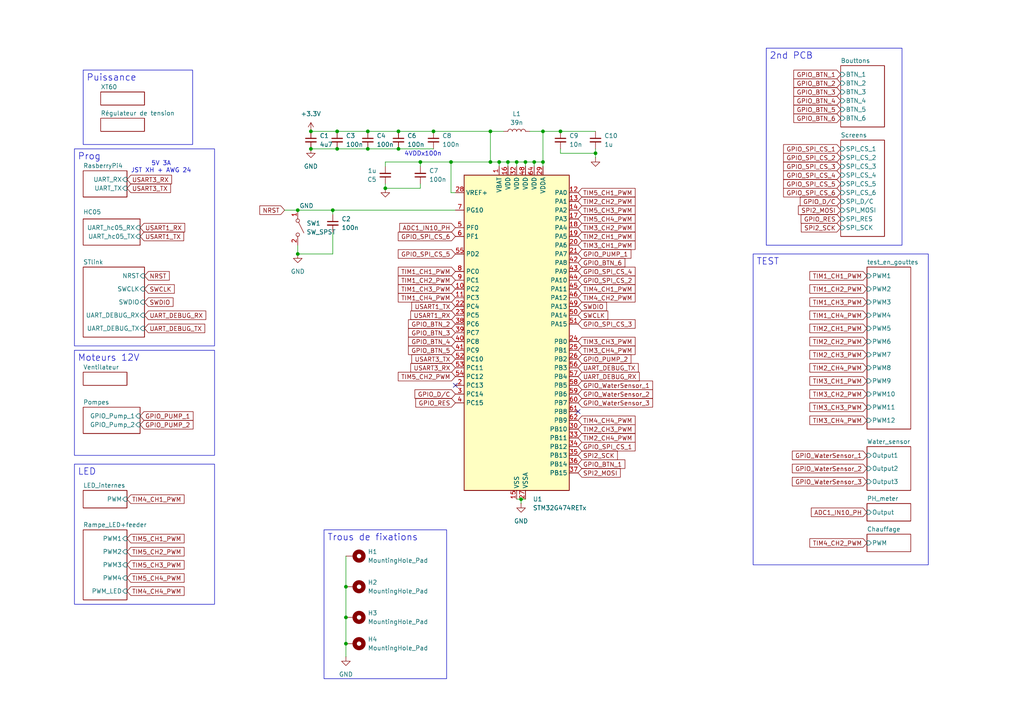
<source format=kicad_sch>
(kicad_sch (version 20250114) (generator "eeschema") (generator_version "9.0")
  (paper "A4")
  (lib_symbols
    (symbol "Device:C_Small" (pin_numbers (hide yes)) (pin_names (offset 0.254) (hide yes))
      (property "Reference" "C" (at 0.254 1.778 0))
      (property "Value" "C_Small" (at 0.254 -2.032 0))
      (symbol "C_Small_0_1"
        (polyline (pts (xy -1.524 0.508) (xy 1.524 0.508)) (stroke (width 0.3048)))
        (polyline (pts (xy -1.524 -0.508) (xy 1.524 -0.508)) (stroke (width 0.3302)))
      )
      (symbol "C_Small_1_1"
        (pin passive line (at 0 2.54 270) (length 2.032) (name "~") (number "1"))
        (pin passive line (at 0 -2.54 90) (length 2.032) (name "~") (number "2"))
      )
    )
    (symbol "Device:L" (pin_numbers (hide yes)) (pin_names (offset 1.016) (hide yes))
      (property "Reference" "L" (at -1.27 0 90))
      (property "Value" "L" (at 1.905 0 90))
      (symbol "L_0_1"
        (arc (start 0 2.54) (mid 0.6323 1.905) (end 0 1.27))
        (arc (start 0 1.27) (mid 0.6323 0.635) (end 0 0))
        (arc (start 0 0) (mid 0.6323 -0.635) (end 0 -1.27))
        (arc (start 0 -1.27) (mid 0.6323 -1.905) (end 0 -2.54))
      )
      (symbol "L_1_1"
        (pin passive line (at 0 3.81 270) (length 1.27) (name "1") (number "1"))
        (pin passive line (at 0 -3.81 90) (length 1.27) (name "2") (number "2"))
      )
    )
    (symbol "GND_1" (power) (pin_numbers (hide yes)) (pin_names (offset 0) (hide yes))
      (property "Value" "GND" (at 0 -3.81 0))
      (symbol "GND_1_0_1"
        (polyline (pts (xy 0 0) (xy 0 -1.27) (xy 1.27 -1.27) (xy 0 -2.54) (xy -1.27 -1.27) (xy 0 -1.27)))
      )
      (symbol "GND_1_1_1"
        (pin power_in line (at 0 0 270) (length 0) (name "~") (number "1"))
      )
    )
    (symbol "GND_2" (power) (pin_numbers (hide yes)) (pin_names (offset 0) (hide yes))
      (property "Value" "GND" (at 0 -3.81 0))
      (symbol "GND_2_0_1"
        (polyline (pts (xy 0 0) (xy 0 -1.27) (xy 1.27 -1.27) (xy 0 -2.54) (xy -1.27 -1.27) (xy 0 -1.27)))
      )
      (symbol "GND_2_1_1"
        (pin power_in line (at 0 0 270) (length 0) (name "~") (number "1"))
      )
    )
    (symbol "GND_5" (power) (pin_numbers (hide yes)) (pin_names (offset 0) (hide yes))
      (property "Value" "GND" (at 0 -3.81 0))
      (symbol "GND_5_0_1"
        (polyline (pts (xy 0 0) (xy 0 -1.27) (xy 1.27 -1.27) (xy 0 -2.54) (xy -1.27 -1.27) (xy 0 -1.27)))
      )
      (symbol "GND_5_1_1"
        (pin power_in line (at 0 0 270) (length 0) (name "~") (number "1"))
      )
    )
    (symbol "MCU_ST_STM32G4:STM32G474RETx"
      (property "Reference" "U" (at -15.24 46.99 0))
      (property "Value" "STM32G474RETx" (at 10.16 46.99 0))
      (symbol "STM32G474RETx_0_1"
        (rectangle (start -15.24 -45.72) (end 15.24 45.72) (stroke (width 0.254)) (fill (type background)))
      )
      (symbol "STM32G474RETx_1_1"
        (pin input line (at -17.78 40.64 0) (length 2.54) (name "VREF+") (number "28"))
        (pin bidirectional line (at -17.78 35.56 0) (length 2.54) (name "PG10") (number "7"))
        (pin bidirectional line (at -17.78 30.48 0) (length 2.54) (name "PF0") (number "5"))
        (pin bidirectional line (at -17.78 27.94 0) (length 2.54) (name "PF1") (number "6"))
        (pin bidirectional line (at -17.78 22.86 0) (length 2.54) (name "PD2") (number "55"))
        (pin bidirectional line (at -17.78 17.78 0) (length 2.54) (name "PC0") (number "8"))
        (pin bidirectional line (at -17.78 15.24 0) (length 2.54) (name "PC1") (number "9"))
        (pin bidirectional line (at -17.78 12.7 0) (length 2.54) (name "PC2") (number "10"))
        (pin bidirectional line (at -17.78 10.16 0) (length 2.54) (name "PC3") (number "11"))
        (pin bidirectional line (at -17.78 7.62 0) (length 2.54) (name "PC4") (number "22"))
        (pin bidirectional line (at -17.78 5.08 0) (length 2.54) (name "PC5") (number "23"))
        (pin bidirectional line (at -17.78 2.54 0) (length 2.54) (name "PC6") (number "38"))
        (pin bidirectional line (at -17.78 0 0) (length 2.54) (name "PC7") (number "39"))
        (pin bidirectional line (at -17.78 -2.54 0) (length 2.54) (name "PC8") (number "40"))
        (pin bidirectional line (at -17.78 -5.08 0) (length 2.54) (name "PC9") (number "41"))
        (pin bidirectional line (at -17.78 -7.62 0) (length 2.54) (name "PC10") (number "52"))
        (pin bidirectional line (at -17.78 -10.16 0) (length 2.54) (name "PC11") (number "53"))
        (pin bidirectional line (at -17.78 -12.7 0) (length 2.54) (name "PC12") (number "54"))
        (pin bidirectional line (at -17.78 -15.24 0) (length 2.54) (name "PC13") (number "2"))
        (pin bidirectional line (at -17.78 -17.78 0) (length 2.54) (name "PC14") (number "3"))
        (pin bidirectional line (at -17.78 -20.32 0) (length 2.54) (name "PC15") (number "4"))
        (pin power_in line (at -5.08 48.26 270) (length 2.54) (name "VBAT") (number "1"))
        (pin power_in line (at -2.54 48.26 270) (length 2.54) (name "VDD") (number "16"))
        (pin power_in line (at 0 48.26 270) (length 2.54) (name "VDD") (number "32"))
        (pin power_in line (at 0 -48.26 90) (length 2.54) (name "VSS") (number "15"))
        (pin passive line (at 0 -48.26 90) (length 2.54) (hide yes) (name "VSS") (number "31"))
        (pin passive line (at 0 -48.26 90) (length 2.54) (hide yes) (name "VSS") (number "47"))
        (pin passive line (at 0 -48.26 90) (length 2.54) (hide yes) (name "VSS") (number "63"))
        (pin power_in line (at 2.54 48.26 270) (length 2.54) (name "VDD") (number "48"))
        (pin power_in line (at 2.54 -48.26 90) (length 2.54) (name "VSSA") (number "27"))
        (pin power_in line (at 5.08 48.26 270) (length 2.54) (name "VDD") (number "64"))
        (pin power_in line (at 7.62 48.26 270) (length 2.54) (name "VDDA") (number "29"))
        (pin bidirectional line (at 17.78 40.64 180) (length 2.54) (name "PA0") (number "12"))
        (pin bidirectional line (at 17.78 38.1 180) (length 2.54) (name "PA1") (number "13"))
        (pin bidirectional line (at 17.78 35.56 180) (length 2.54) (name "PA2") (number "14"))
        (pin bidirectional line (at 17.78 33.02 180) (length 2.54) (name "PA3") (number "17"))
        (pin bidirectional line (at 17.78 30.48 180) (length 2.54) (name "PA4") (number "18"))
        (pin bidirectional line (at 17.78 27.94 180) (length 2.54) (name "PA5") (number "19"))
        (pin bidirectional line (at 17.78 25.4 180) (length 2.54) (name "PA6") (number "20"))
        (pin bidirectional line (at 17.78 22.86 180) (length 2.54) (name "PA7") (number "21"))
        (pin bidirectional line (at 17.78 20.32 180) (length 2.54) (name "PA8") (number "42"))
        (pin bidirectional line (at 17.78 17.78 180) (length 2.54) (name "PA9") (number "43"))
        (pin bidirectional line (at 17.78 15.24 180) (length 2.54) (name "PA10") (number "44"))
        (pin bidirectional line (at 17.78 12.7 180) (length 2.54) (name "PA11") (number "45"))
        (pin bidirectional line (at 17.78 10.16 180) (length 2.54) (name "PA12") (number "46"))
        (pin bidirectional line (at 17.78 7.62 180) (length 2.54) (name "PA13") (number "49"))
        (pin bidirectional line (at 17.78 5.08 180) (length 2.54) (name "PA14") (number "50"))
        (pin bidirectional line (at 17.78 2.54 180) (length 2.54) (name "PA15") (number "51"))
        (pin bidirectional line (at 17.78 -2.54 180) (length 2.54) (name "PB0") (number "24"))
        (pin bidirectional line (at 17.78 -5.08 180) (length 2.54) (name "PB1") (number "25"))
        (pin bidirectional line (at 17.78 -7.62 180) (length 2.54) (name "PB2") (number "26"))
        (pin bidirectional line (at 17.78 -10.16 180) (length 2.54) (name "PB3") (number "56"))
        (pin bidirectional line (at 17.78 -12.7 180) (length 2.54) (name "PB4") (number "57"))
        (pin bidirectional line (at 17.78 -15.24 180) (length 2.54) (name "PB5") (number "58"))
        (pin bidirectional line (at 17.78 -17.78 180) (length 2.54) (name "PB6") (number "59"))
        (pin bidirectional line (at 17.78 -20.32 180) (length 2.54) (name "PB7") (number "60"))
        (pin bidirectional line (at 17.78 -22.86 180) (length 2.54) (name "PB8") (number "61"))
        (pin bidirectional line (at 17.78 -25.4 180) (length 2.54) (name "PB9") (number "62"))
        (pin bidirectional line (at 17.78 -27.94 180) (length 2.54) (name "PB10") (number "30"))
        (pin bidirectional line (at 17.78 -30.48 180) (length 2.54) (name "PB11") (number "33"))
        (pin bidirectional line (at 17.78 -33.02 180) (length 2.54) (name "PB12") (number "34"))
        (pin bidirectional line (at 17.78 -35.56 180) (length 2.54) (name "PB13") (number "35"))
        (pin bidirectional line (at 17.78 -38.1 180) (length 2.54) (name "PB14") (number "36"))
        (pin bidirectional line (at 17.78 -40.64 180) (length 2.54) (name "PB15") (number "37"))
      )
    )
    (symbol "Mechanical:MountingHole_Pad" (pin_numbers (hide yes)) (pin_names (offset 1.016) (hide yes))
      (property "Reference" "H" (at 0 6.35 0))
      (property "Value" "MountingHole_Pad" (at 0 4.445 0))
      (symbol "MountingHole_Pad_0_1"
        (circle (center 0 1.27) (radius 1.27) (stroke (width 1.27)))
      )
      (symbol "MountingHole_Pad_1_1"
        (pin input line (at 0 -2.54 90) (length 2.54) (name "1") (number "1"))
      )
    )
    (symbol "Switch:SW_SPST" (pin_names (offset 0) (hide yes))
      (property "Reference" "SW" (at 0 3.175 0))
      (property "Value" "SW_SPST" (at 0 -2.54 0))
      (symbol "SW_SPST_0_0"
        (circle (center -2.032 0) (radius 0.508))
        (polyline (pts (xy -1.524 0.254) (xy 1.524 1.778)))
        (circle (center 2.032 0) (radius 0.508))
      )
      (symbol "SW_SPST_1_1"
        (pin passive line (at -5.08 0 0) (length 2.54) (name "A") (number "1"))
        (pin passive line (at 5.08 0 180) (length 2.54) (name "B") (number "2"))
      )
    )
    (symbol "power:+3.3V" (power) (pin_numbers (hide yes)) (pin_names (offset 0) (hide yes))
      (property "Value" "+3.3V" (at 0 3.556 0))
      (symbol "+3.3V_0_1"
        (polyline (pts (xy -0.762 1.27) (xy 0 2.54)))
        (polyline (pts (xy 0 2.54) (xy 0.762 1.27)))
        (polyline (pts (xy 0 0) (xy 0 2.54)))
      )
      (symbol "+3.3V_1_1"
        (pin power_in line (at 0 0 90) (length 0) (name "~") (number "1"))
      )
    )
    (symbol "power:GND" (power) (pin_numbers (hide yes)) (pin_names (offset 0) (hide yes))
      (property "Value" "GND" (at 0 -3.81 0))
      (symbol "GND_0_1"
        (polyline (pts (xy 0 0) (xy 0 -1.27) (xy 1.27 -1.27) (xy 0 -2.54) (xy -1.27 -1.27) (xy 0 -1.27)))
      )
      (symbol "GND_1_1"
        (pin power_in line (at 0 0 270) (length 0) (name "~") (number "1"))
      )
    )
  )
  (text "5V 3A\nJST XH + AWG 24" (at 46.736 48.514 0) (effects (font (size 1.27 1.27))))
  (text "4VDDx100n" (at 122.682 44.704 0) (effects (font (size 1.27 1.27))))
  (text_box "TEST\n" (at 218.44 73.66 0) (size 50.8 90.17) (margins 0.9525 0.9525 0.9525 0.9525) (effects (font (size 1.905 1.905)) (justify left top)))
  (text_box "Puissance" (at 24.13 20.32 0) (size 31.75 21.59) (margins 0.9525 0.9525 0.9525 0.9525) (effects (font (size 1.905 1.905)) (justify left top)))
  (text_box "LED\n" (at 21.59 134.62 0) (size 40.64 40.64) (margins 0.9525 0.9525 0.9525 0.9525) (effects (font (size 1.905 1.905)) (justify left top)))
  (text_box "2nd PCB" (at 222.25 13.97 0) (size 39.37 57.15) (margins 0.9525 0.9525 0.9525 0.9525) (effects (font (size 1.905 1.905)) (justify left top)))
  (text_box "Moteurs 12V" (at 21.59 101.6 0) (size 40.64 30.48) (margins 0.9525 0.9525 0.9525 0.9525) (effects (font (size 1.905 1.905)) (justify left top)))
  (text_box "Trous de fixations" (at 93.98 153.67 0) (size 35.56 43.18) (margins 0.9525 0.9525 0.9525 0.9525) (effects (font (size 1.905 1.905)) (justify left top)))
  (text_box "Prog" (at 21.59 43.18 0) (size 40.64 57.15) (margins 0.9525 0.9525 0.9525 0.9525) (effects (font (size 1.905 1.905)) (justify left top)))
  (junction (at 144.78 46.99))
  (junction (at 142.24 46.99))
  (junction (at 100.33 186.69))
  (junction (at 125.73 38.1))
  (junction (at 90.17 43.18))
  (junction (at 86.36 73.66))
  (junction (at 100.33 179.07))
  (junction (at 151.13 144.78))
  (junction (at 115.57 43.18))
  (junction (at 100.33 170.18))
  (junction (at 130.81 46.99))
  (junction (at 97.79 43.18))
  (junction (at 90.17 38.1))
  (junction (at 157.48 38.1))
  (junction (at 97.79 38.1))
  (junction (at 96.52 60.96))
  (junction (at 147.32 46.99))
  (junction (at 86.36 60.96))
  (junction (at 121.92 46.99))
  (junction (at 106.68 43.18))
  (junction (at 157.48 46.99))
  (junction (at 154.94 46.99))
  (junction (at 115.57 38.1))
  (junction (at 106.68 38.1))
  (junction (at 142.24 38.1))
  (junction (at 152.4 46.99))
  (junction (at 162.56 38.1))
  (junction (at 149.86 46.99))
  (junction (at 172.72 44.45))
  (junction (at 111.76 54.61))
  (no_connect (at 167.64 119.38))
  (no_connect (at 132.08 111.76))
  (wire (pts (xy 149.86 144.78) (xy 151.13 144.78)))
  (wire (pts (xy 130.81 46.99) (xy 142.24 46.99)))
  (wire (pts (xy 111.76 53.34) (xy 111.76 54.61)))
  (wire (pts (xy 100.33 186.69) (xy 100.33 190.5)))
  (wire (pts (xy 154.94 46.99) (xy 152.4 46.99)))
  (wire (pts (xy 152.4 46.99) (xy 152.4 48.26)))
  (wire (pts (xy 149.86 46.99) (xy 152.4 46.99)))
  (wire (pts (xy 97.79 38.1) (xy 106.68 38.1)))
  (wire (pts (xy 172.72 43.18) (xy 172.72 44.45)))
  (wire (pts (xy 96.52 60.96) (xy 96.52 62.23)))
  (wire (pts (xy 157.48 38.1) (xy 157.48 46.99)))
  (wire (pts (xy 151.13 144.78) (xy 152.4 144.78)))
  (wire (pts (xy 106.68 38.1) (xy 115.57 38.1)))
  (wire (pts (xy 86.36 60.96) (xy 96.52 60.96)))
  (wire (pts (xy 149.86 46.99) (xy 147.32 46.99)))
  (wire (pts (xy 121.92 54.61) (xy 121.92 53.34)))
  (wire (pts (xy 100.33 170.18) (xy 100.33 179.07)))
  (wire (pts (xy 130.81 46.99) (xy 121.92 46.99)))
  (wire (pts (xy 172.72 44.45) (xy 162.56 44.45)))
  (wire (pts (xy 86.36 73.66) (xy 96.52 73.66)))
  (wire (pts (xy 147.32 46.99) (xy 147.32 48.26)))
  (wire (pts (xy 154.94 48.26) (xy 154.94 46.99)))
  (wire (pts (xy 111.76 54.61) (xy 121.92 54.61)))
  (wire (pts (xy 82.55 60.96) (xy 86.36 60.96)))
  (wire (pts (xy 149.86 46.99) (xy 149.86 48.26)))
  (wire (pts (xy 162.56 38.1) (xy 157.48 38.1)))
  (wire (pts (xy 142.24 38.1) (xy 146.05 38.1)))
  (wire (pts (xy 142.24 38.1) (xy 142.24 46.99)))
  (wire (pts (xy 121.92 46.99) (xy 121.92 48.26)))
  (wire (pts (xy 144.78 46.99) (xy 147.32 46.99)))
  (wire (pts (xy 157.48 48.26) (xy 157.48 46.99)))
  (wire (pts (xy 144.78 48.26) (xy 144.78 46.99)))
  (wire (pts (xy 96.52 73.66) (xy 96.52 67.31)))
  (wire (pts (xy 142.24 46.99) (xy 144.78 46.99)))
  (wire (pts (xy 162.56 38.1) (xy 172.72 38.1)))
  (wire (pts (xy 115.57 43.18) (xy 125.73 43.18)))
  (wire (pts (xy 106.68 43.18) (xy 115.57 43.18)))
  (wire (pts (xy 121.92 46.99) (xy 111.76 46.99)))
  (wire (pts (xy 86.36 71.12) (xy 86.36 73.66)))
  (wire (pts (xy 90.17 43.18) (xy 97.79 43.18)))
  (wire (pts (xy 162.56 44.45) (xy 162.56 43.18)))
  (wire (pts (xy 96.52 60.96) (xy 132.08 60.96)))
  (wire (pts (xy 100.33 161.29) (xy 100.33 170.18)))
  (wire (pts (xy 115.57 38.1) (xy 125.73 38.1)))
  (wire (pts (xy 130.81 46.99) (xy 130.81 55.88)))
  (wire (pts (xy 97.79 43.18) (xy 106.68 43.18)))
  (wire (pts (xy 90.17 38.1) (xy 97.79 38.1)))
  (wire (pts (xy 172.72 44.45) (xy 172.72 45.72)))
  (wire (pts (xy 111.76 46.99) (xy 111.76 48.26)))
  (wire (pts (xy 100.33 179.07) (xy 100.33 186.69)))
  (wire (pts (xy 157.48 46.99) (xy 154.94 46.99)))
  (wire (pts (xy 151.13 144.78) (xy 151.13 146.05)))
  (wire (pts (xy 130.81 55.88) (xy 132.08 55.88)))
  (wire (pts (xy 125.73 38.1) (xy 142.24 38.1)))
  (wire (pts (xy 153.67 38.1) (xy 157.48 38.1)))
  (global_label "SPI2_MOSI" (shape input) (at 167.64 137.16 0) (property "Intersheetrefs" "${INTERSHEET_REFS}" (effects (hide yes))))
  (global_label "TIM1_CH3_PWM" (shape input) (at 251.46 87.63 180) (property "Intersheetrefs" "${INTERSHEET_REFS}" (effects (hide yes))))
  (global_label "TIM3_CH2_PWM" (shape input) (at 167.64 66.04 0) (property "Intersheetrefs" "${INTERSHEET_REFS}" (effects (hide yes))))
  (global_label "GPIO_SPI_CS_4" (shape input) (at 167.64 78.74 0) (property "Intersheetrefs" "${INTERSHEET_REFS}" (effects (hide yes))))
  (global_label "TIM3_CH3_PWM" (shape input) (at 251.46 118.11 180) (property "Intersheetrefs" "${INTERSHEET_REFS}" (effects (hide yes))))
  (global_label "SWCLK" (shape input) (at 41.91 83.82 0) (property "Intersheetrefs" "${INTERSHEET_REFS}" (effects (hide yes))))
  (global_label "USART3_RX" (shape input) (at 132.08 106.68 180) (property "Intersheetrefs" "${INTERSHEET_REFS}" (effects (hide yes))))
  (global_label "ADC1_IN10_PH" (shape input) (at 132.08 66.04 180) (property "Intersheetrefs" "${INTERSHEET_REFS}" (effects (hide yes))))
  (global_label "GPIO_BTN_5" (shape input) (at 132.08 101.6 180) (property "Intersheetrefs" "${INTERSHEET_REFS}" (effects (hide yes))))
  (global_label "TIM1_CH2_PWM" (shape input) (at 132.08 81.28 180) (property "Intersheetrefs" "${INTERSHEET_REFS}" (effects (hide yes))))
  (global_label "GPIO_SPI_CS_6" (shape input) (at 132.08 68.58 180) (property "Intersheetrefs" "${INTERSHEET_REFS}" (effects (hide yes))))
  (global_label "GPIO_SPI_CS_4" (shape input) (at 243.84 50.8 180) (property "Intersheetrefs" "${INTERSHEET_REFS}" (effects (hide yes))))
  (global_label "TIM1_CH1_PWM" (shape input) (at 251.46 80.01 180) (property "Intersheetrefs" "${INTERSHEET_REFS}" (effects (hide yes))))
  (global_label "GPIO_BTN_2" (shape input) (at 243.84 24.13 180) (property "Intersheetrefs" "${INTERSHEET_REFS}" (effects (hide yes))))
  (global_label "SPI2_MOSI" (shape input) (at 243.84 60.96 180) (property "Intersheetrefs" "${INTERSHEET_REFS}" (effects (hide yes))))
  (global_label "GPIO_WaterSensor_1" (shape input) (at 167.64 111.76 0) (property "Intersheetrefs" "${INTERSHEET_REFS}" (effects (hide yes))))
  (global_label "ADC1_IN10_PH" (shape input) (at 251.46 148.59 180) (property "Intersheetrefs" "${INTERSHEET_REFS}" (effects (hide yes))))
  (global_label "TIM3_CH3_PWM" (shape input) (at 167.64 99.06 0) (property "Intersheetrefs" "${INTERSHEET_REFS}" (effects (hide yes))))
  (global_label "USART1_TX" (shape input) (at 132.08 88.9 180) (property "Intersheetrefs" "${INTERSHEET_REFS}" (effects (hide yes))))
  (global_label "GPIO_BTN_6" (shape input) (at 167.64 76.2 0) (property "Intersheetrefs" "${INTERSHEET_REFS}" (effects (hide yes))))
  (global_label "USART1_RX" (shape input) (at 132.08 91.44 180) (property "Intersheetrefs" "${INTERSHEET_REFS}" (effects (hide yes))))
  (global_label "GPIO_PUMP_2" (shape input) (at 167.64 104.14 0) (property "Intersheetrefs" "${INTERSHEET_REFS}" (effects (hide yes))))
  (global_label "GPIO_RES" (shape input) (at 243.84 63.5 180) (property "Intersheetrefs" "${INTERSHEET_REFS}" (effects (hide yes))))
  (global_label "TIM3_CH4_PWM" (shape input) (at 167.64 101.6 0) (property "Intersheetrefs" "${INTERSHEET_REFS}" (effects (hide yes))))
  (global_label "TIM2_CH2_PWM" (shape input) (at 167.64 58.42 0) (property "Intersheetrefs" "${INTERSHEET_REFS}" (effects (hide yes))))
  (global_label "UART_DEBUG_TX" (shape input) (at 41.91 95.25 0) (property "Intersheetrefs" "${INTERSHEET_REFS}" (effects (hide yes))))
  (global_label "USART3_TX" (shape input) (at 132.08 104.14 180) (property "Intersheetrefs" "${INTERSHEET_REFS}" (effects (hide yes))))
  (global_label "GPIO_WaterSensor_2" (shape input) (at 167.64 114.3 0) (property "Intersheetrefs" "${INTERSHEET_REFS}" (effects (hide yes))))
  (global_label "SWCLK" (shape input) (at 167.64 91.44 0) (property "Intersheetrefs" "${INTERSHEET_REFS}" (effects (hide yes))))
  (global_label "GPIO_SPI_CS_2" (shape input) (at 167.64 81.28 0) (property "Intersheetrefs" "${INTERSHEET_REFS}" (effects (hide yes))))
  (global_label "TIM2_CH4_PWM" (shape input) (at 167.64 127 0) (property "Intersheetrefs" "${INTERSHEET_REFS}" (effects (hide yes))))
  (global_label "GPIO_PUMP_1" (shape input) (at 167.64 73.66 0) (property "Intersheetrefs" "${INTERSHEET_REFS}" (effects (hide yes))))
  (global_label "TIM4_CH1_PWM" (shape input) (at 36.83 144.78 0) (property "Intersheetrefs" "${INTERSHEET_REFS}" (effects (hide yes))))
  (global_label "TIM5_CH1_PWM" (shape input) (at 167.64 55.88 0) (property "Intersheetrefs" "${INTERSHEET_REFS}" (effects (hide yes))))
  (global_label "TIM3_CH1_PWM" (shape input) (at 167.64 71.12 0) (property "Intersheetrefs" "${INTERSHEET_REFS}" (effects (hide yes))))
  (global_label "TIM2_CH1_PWM" (shape input) (at 167.64 68.58 0) (property "Intersheetrefs" "${INTERSHEET_REFS}" (effects (hide yes))))
  (global_label "GPIO_BTN_1" (shape input) (at 243.84 21.59 180) (property "Intersheetrefs" "${INTERSHEET_REFS}" (effects (hide yes))))
  (global_label "GPIO_BTN_1" (shape input) (at 167.64 134.62 0) (property "Intersheetrefs" "${INTERSHEET_REFS}" (effects (hide yes))))
  (global_label "GPIO_SPI_CS_3" (shape input) (at 243.84 48.26 180) (property "Intersheetrefs" "${INTERSHEET_REFS}" (effects (hide yes))))
  (global_label "GPIO_BTN_4" (shape input) (at 243.84 29.21 180) (property "Intersheetrefs" "${INTERSHEET_REFS}" (effects (hide yes))))
  (global_label "GPIO_BTN_2" (shape input) (at 132.08 93.98 180) (property "Intersheetrefs" "${INTERSHEET_REFS}" (effects (hide yes))))
  (global_label "TIM3_CH1_PWM" (shape input) (at 251.46 110.49 180) (property "Intersheetrefs" "${INTERSHEET_REFS}" (effects (hide yes))))
  (global_label "GPIO_WaterSensor_1" (shape input) (at 251.46 132.08 180) (property "Intersheetrefs" "${INTERSHEET_REFS}" (effects (hide yes))))
  (global_label "NRST" (shape input) (at 41.91 80.01 0) (property "Intersheetrefs" "${INTERSHEET_REFS}" (effects (hide yes))))
  (global_label "GPIO_WaterSensor_2" (shape input) (at 251.46 135.89 180) (property "Intersheetrefs" "${INTERSHEET_REFS}" (effects (hide yes))))
  (global_label "GPIO_BTN_4" (shape input) (at 132.08 99.06 180) (property "Intersheetrefs" "${INTERSHEET_REFS}" (effects (hide yes))))
  (global_label "USART1_RX" (shape input) (at 40.64 66.04 0) (property "Intersheetrefs" "${INTERSHEET_REFS}" (effects (hide yes))))
  (global_label "SPI2_SCK" (shape input) (at 243.84 66.04 180) (property "Intersheetrefs" "${INTERSHEET_REFS}" (effects (hide yes))))
  (global_label "USART3_TX" (shape input) (at 36.83 54.61 0) (property "Intersheetrefs" "${INTERSHEET_REFS}" (effects (hide yes))))
  (global_label "GPIO_RES" (shape input) (at 132.08 116.84 180) (property "Intersheetrefs" "${INTERSHEET_REFS}" (effects (hide yes))))
  (global_label "GPIO_BTN_5" (shape input) (at 243.84 31.75 180) (property "Intersheetrefs" "${INTERSHEET_REFS}" (effects (hide yes))))
  (global_label "TIM5_CH3_PWM" (shape input) (at 36.83 163.83 0) (property "Intersheetrefs" "${INTERSHEET_REFS}" (effects (hide yes))))
  (global_label "TIM5_CH2_PWM" (shape input) (at 132.08 109.22 180) (property "Intersheetrefs" "${INTERSHEET_REFS}" (effects (hide yes))))
  (global_label "GPIO_SPI_CS_5" (shape input) (at 243.84 53.34 180) (property "Intersheetrefs" "${INTERSHEET_REFS}" (effects (hide yes))))
  (global_label "GPIO_D{slash}C" (shape input) (at 243.84 58.42 180) (property "Intersheetrefs" "${INTERSHEET_REFS}" (effects (hide yes))))
  (global_label "TIM2_CH4_PWM" (shape input) (at 251.46 106.68 180) (property "Intersheetrefs" "${INTERSHEET_REFS}" (effects (hide yes))))
  (global_label "GPIO_SPI_CS_1" (shape input) (at 243.84 43.18 180) (property "Intersheetrefs" "${INTERSHEET_REFS}" (effects (hide yes))))
  (global_label "TIM4_CH4_PWM" (shape input) (at 167.64 121.92 0) (property "Intersheetrefs" "${INTERSHEET_REFS}" (effects (hide yes))))
  (global_label "SPI2_SCK" (shape input) (at 167.64 132.08 0) (property "Intersheetrefs" "${INTERSHEET_REFS}" (effects (hide yes))))
  (global_label "TIM5_CH3_PWM" (shape input) (at 167.64 60.96 0) (property "Intersheetrefs" "${INTERSHEET_REFS}" (effects (hide yes))))
  (global_label "TIM4_CH4_PWM" (shape input) (at 36.83 171.45 0) (property "Intersheetrefs" "${INTERSHEET_REFS}" (effects (hide yes))))
  (global_label "TIM1_CH3_PWM" (shape input) (at 132.08 83.82 180) (property "Intersheetrefs" "${INTERSHEET_REFS}" (effects (hide yes))))
  (global_label "GPIO_BTN_3" (shape input) (at 243.84 26.67 180) (property "Intersheetrefs" "${INTERSHEET_REFS}" (effects (hide yes))))
  (global_label "USART1_TX" (shape input) (at 40.64 68.58 0) (property "Intersheetrefs" "${INTERSHEET_REFS}" (effects (hide yes))))
  (global_label "GPIO_SPI_CS_6" (shape input) (at 243.84 55.88 180) (property "Intersheetrefs" "${INTERSHEET_REFS}" (effects (hide yes))))
  (global_label "TIM3_CH4_PWM" (shape input) (at 251.46 121.92 180) (property "Intersheetrefs" "${INTERSHEET_REFS}" (effects (hide yes))))
  (global_label "TIM2_CH2_PWM" (shape input) (at 251.46 99.06 180) (property "Intersheetrefs" "${INTERSHEET_REFS}" (effects (hide yes))))
  (global_label "UART_DEBUG_RX" (shape input) (at 167.64 109.22 0) (property "Intersheetrefs" "${INTERSHEET_REFS}" (effects (hide yes))))
  (global_label "GPIO_SPI_CS_3" (shape input) (at 167.64 93.98 0) (property "Intersheetrefs" "${INTERSHEET_REFS}" (effects (hide yes))))
  (global_label "TIM5_CH4_PWM" (shape input) (at 36.83 167.64 0) (property "Intersheetrefs" "${INTERSHEET_REFS}" (effects (hide yes))))
  (global_label "NRST" (shape input) (at 82.55 60.96 180) (property "Intersheetrefs" "${INTERSHEET_REFS}" (effects (hide yes))))
  (global_label "TIM4_CH2_PWM" (shape input) (at 251.46 157.48 180) (property "Intersheetrefs" "${INTERSHEET_REFS}" (effects (hide yes))))
  (global_label "GPIO_PUMP_2" (shape input) (at 40.64 123.19 0) (property "Intersheetrefs" "${INTERSHEET_REFS}" (effects (hide yes))))
  (global_label "TIM5_CH1_PWM" (shape input) (at 36.83 156.21 0) (property "Intersheetrefs" "${INTERSHEET_REFS}" (effects (hide yes))))
  (global_label "UART_DEBUG_RX" (shape input) (at 41.91 91.44 0) (property "Intersheetrefs" "${INTERSHEET_REFS}" (effects (hide yes))))
  (global_label "GPIO_BTN_6" (shape input) (at 243.84 34.29 180) (property "Intersheetrefs" "${INTERSHEET_REFS}" (effects (hide yes))))
  (global_label "TIM4_CH1_PWM" (shape input) (at 167.64 83.82 0) (property "Intersheetrefs" "${INTERSHEET_REFS}" (effects (hide yes))))
  (global_label "GPIO_SPI_CS_2" (shape input) (at 243.84 45.72 180) (property "Intersheetrefs" "${INTERSHEET_REFS}" (effects (hide yes))))
  (global_label "GPIO_SPI_CS_5" (shape input) (at 132.08 73.66 180) (property "Intersheetrefs" "${INTERSHEET_REFS}" (effects (hide yes))))
  (global_label "USART3_RX" (shape input) (at 36.83 52.07 0) (property "Intersheetrefs" "${INTERSHEET_REFS}" (effects (hide yes))))
  (global_label "TIM5_CH2_PWM" (shape input) (at 36.83 160.02 0) (property "Intersheetrefs" "${INTERSHEET_REFS}" (effects (hide yes))))
  (global_label "TIM2_CH3_PWM" (shape input) (at 251.46 102.87 180) (property "Intersheetrefs" "${INTERSHEET_REFS}" (effects (hide yes))))
  (global_label "TIM1_CH1_PWM" (shape input) (at 132.08 78.74 180) (property "Intersheetrefs" "${INTERSHEET_REFS}" (effects (hide yes))))
  (global_label "TIM2_CH3_PWM" (shape input) (at 167.64 124.46 0) (property "Intersheetrefs" "${INTERSHEET_REFS}" (effects (hide yes))))
  (global_label "TIM4_CH2_PWM" (shape input) (at 167.64 86.36 0) (property "Intersheetrefs" "${INTERSHEET_REFS}" (effects (hide yes))))
  (global_label "TIM1_CH2_PWM" (shape input) (at 251.46 83.82 180) (property "Intersheetrefs" "${INTERSHEET_REFS}" (effects (hide yes))))
  (global_label "GPIO_D{slash}C" (shape input) (at 132.08 114.3 180) (property "Intersheetrefs" "${INTERSHEET_REFS}" (effects (hide yes))))
  (global_label "TIM1_CH4_PWM" (shape input) (at 132.08 86.36 180) (property "Intersheetrefs" "${INTERSHEET_REFS}" (effects (hide yes))))
  (global_label "GPIO_WaterSensor_3" (shape input) (at 167.64 116.84 0) (property "Intersheetrefs" "${INTERSHEET_REFS}" (effects (hide yes))))
  (global_label "GPIO_BTN_3" (shape input) (at 132.08 96.52 180) (property "Intersheetrefs" "${INTERSHEET_REFS}" (effects (hide yes))))
  (global_label "TIM1_CH4_PWM" (shape input) (at 251.46 91.44 180) (property "Intersheetrefs" "${INTERSHEET_REFS}" (effects (hide yes))))
  (global_label "TIM2_CH1_PWM" (shape input) (at 251.46 95.25 180) (property "Intersheetrefs" "${INTERSHEET_REFS}" (effects (hide yes))))
  (global_label "UART_DEBUG_TX" (shape input) (at 167.64 106.68 0) (property "Intersheetrefs" "${INTERSHEET_REFS}" (effects (hide yes))))
  (global_label "TIM5_CH4_PWM" (shape input) (at 167.64 63.5 0) (property "Intersheetrefs" "${INTERSHEET_REFS}" (effects (hide yes))))
  (global_label "TIM3_CH2_PWM" (shape input) (at 251.46 114.3 180) (property "Intersheetrefs" "${INTERSHEET_REFS}" (effects (hide yes))))
  (global_label "GPIO_WaterSensor_3" (shape input) (at 251.46 139.7 180) (property "Intersheetrefs" "${INTERSHEET_REFS}" (effects (hide yes))))
  (global_label "GPIO_PUMP_1" (shape input) (at 40.64 120.65 0) (property "Intersheetrefs" "${INTERSHEET_REFS}" (effects (hide yes))))
  (global_label "SWDIO" (shape input) (at 41.91 87.63 0) (property "Intersheetrefs" "${INTERSHEET_REFS}" (effects (hide yes))))
  (global_label "GPIO_SPI_CS_1" (shape input) (at 167.64 129.54 0) (property "Intersheetrefs" "${INTERSHEET_REFS}" (effects (hide yes))))
  (global_label "SWDIO" (shape input) (at 167.64 88.9 0) (property "Intersheetrefs" "${INTERSHEET_REFS}" (effects (hide yes))))
  (symbol (lib_name "GND_1") (lib_id "power:GND") (at 111.76 54.61 0) (unit 1)
    (property "Reference" "#PWR05" (effects (hide yes)))
    (property "Value" "GND" (at 88.9 59.69 0))
    (property "Description" "Power symbol creates a global label with name \"GND\" , ground" (effects (hide yes)))
  )
  (symbol (lib_name "GND_5") (lib_id "power:GND") (at 172.72 45.72 0) (unit 1)
    (property "Reference" "#PWR07" (effects (hide yes)))
    (property "Value" "GND" (effects (hide yes)))
    (property "Description" "Power symbol creates a global label with name \"GND\" , ground" (effects (hide yes)))
  )
  (symbol (lib_id "Device:L") (at 149.86 38.1 90) (unit 1)
    (property "Reference" "L1" (at 149.86 33.02 90))
    (property "Value" "39n" (at 149.86 35.56 90))
    (property "Footprint" "Inductor_SMD:L_0805_2012Metric" (effects (hide yes)))
    (property "Description" "Inductor" (effects (hide yes)))
  )
  (symbol (lib_id "Device:C_Small") (at 125.73 40.64 0) (unit 1)
    (property "Reference" "C8" (at 128.27 39.3762 0) (effects (justify left)))
    (property "Value" "100n" (at 128.27 41.9162 0) (effects (justify left)))
    (property "Footprint" "Capacitor_SMD:C_0402_1005Metric" (effects (hide yes)))
  )
  (symbol (lib_id "Device:C_Small") (at 162.56 40.64 0) (unit 1)
    (property "Reference" "C9" (at 165.1 39.3762 0) (effects (justify left)))
    (property "Value" "10n" (at 165.1 41.9162 0) (effects (justify left)))
    (property "Footprint" "Capacitor_SMD:C_0402_1005Metric" (effects (hide yes)))
  )
  (symbol (lib_id "Mechanical:MountingHole_Pad") (at 102.87 170.18 270) (unit 1)
    (property "Reference" "H2" (at 106.68 168.91 90) (effects (justify left)))
    (property "Value" "MountingHole_Pad" (at 106.68 171.45 90) (effects (justify left)))
    (property "Footprint" "MountingHole:MountingHole_3.2mm_M3_Pad_Via" (effects (hide yes)))
  )
  (symbol (lib_id "Device:C_Small") (at 97.79 40.64 0) (unit 1)
    (property "Reference" "C3" (at 100.33 39.3763 0) (effects (justify left)))
    (property "Value" "100n" (at 100.33 41.9163 0) (effects (justify left)))
    (property "Footprint" "Capacitor_SMD:C_0402_1005Metric" (effects (hide yes)))
  )
  (symbol (lib_id "Device:C_Small") (at 96.52 64.77 0) (unit 1)
    (property "Reference" "C2" (at 99.06 63.5063 0) (effects (justify left)))
    (property "Value" "100n" (at 99.06 66.0463 0) (effects (justify left)))
    (property "Footprint" "Capacitor_SMD:C_0402_1005Metric" (effects (hide yes)))
  )
  (symbol (lib_id "Device:C_Small") (at 172.72 40.64 0) (unit 1)
    (property "Reference" "C10" (at 175.26 39.3762 0) (effects (justify left)))
    (property "Value" "1u" (at 175.26 41.9162 0) (effects (justify left)))
    (property "Footprint" "Capacitor_SMD:C_0603_1608Metric" (effects (hide yes)))
  )
  (symbol (lib_id "Switch:SW_SPST") (at 86.36 66.04 270) (unit 1)
    (property "Reference" "SW1" (at 88.9 64.7699 90) (effects (justify left)))
    (property "Value" "SW_SPST" (at 88.9 67.3099 90) (effects (justify left)))
    (property "Footprint" "mylib:SW_Push_1P1T_NO_6x6mm_H9.5mm" (effects (hide yes)))
    (property "Description" "Single Pole Single Throw (SPST) switch" (effects (hide yes)))
  )
  (symbol (lib_id "power:+3.3V") (at 90.17 38.1 0) (unit 1)
    (property "Reference" "#PWR02" (effects (hide yes)))
    (property "Value" "+3.3V" (at 90.17 33.02 0))
  )
  (symbol (lib_id "power:GND") (at 90.17 43.18 0) (unit 1)
    (property "Reference" "#PWR03" (effects (hide yes)))
    (property "Value" "GND" (at 90.17 48.26 0))
    (property "Description" "Power symbol creates a global label with name \"GND\" , ground" (effects (hide yes)))
  )
  (symbol (lib_id "Mechanical:MountingHole_Pad") (at 102.87 161.29 270) (unit 1)
    (property "Reference" "H1" (at 106.68 160.02 90) (effects (justify left)))
    (property "Value" "MountingHole_Pad" (at 106.68 162.56 90) (effects (justify left)))
    (property "Footprint" "MountingHole:MountingHole_3.2mm_M3_Pad_Via" (effects (hide yes)))
  )
  (symbol (lib_name "GND_2") (lib_id "power:GND") (at 151.13 146.05 0) (unit 1)
    (property "Reference" "#PWR06" (effects (hide yes)))
    (property "Value" "GND" (at 151.13 151.13 0))
    (property "Description" "Power symbol creates a global label with name \"GND\" , ground" (effects (hide yes)))
  )
  (symbol (lib_id "power:GND") (at 86.36 73.66 0) (unit 1)
    (property "Reference" "#PWR01" (effects (hide yes)))
    (property "Value" "GND" (at 86.36 78.74 0))
    (property "Description" "Power symbol creates a global label with name \"GND\" , ground" (effects (hide yes)))
  )
  (symbol (lib_id "Mechanical:MountingHole_Pad") (at 102.87 179.07 270) (unit 1)
    (property "Reference" "H3" (at 106.68 177.8 90) (effects (justify left)))
    (property "Value" "MountingHole_Pad" (at 106.68 180.34 90) (effects (justify left)))
    (property "Footprint" "MountingHole:MountingHole_3.2mm_M3_Pad_Via" (effects (hide yes)))
  )
  (symbol (lib_id "Mechanical:MountingHole_Pad") (at 102.87 186.69 270) (unit 1)
    (property "Reference" "H4" (at 106.68 185.42 90) (effects (justify left)))
    (property "Value" "MountingHole_Pad" (at 106.68 187.96 90) (effects (justify left)))
    (property "Footprint" "MountingHole:MountingHole_3.2mm_M3_Pad_Via" (effects (hide yes)))
  )
  (symbol (lib_id "Device:C_Small") (at 111.76 50.8 180) (unit 1)
    (property "Reference" "C5" (at 109.22 52.0638 0) (effects (justify left)))
    (property "Value" "1u" (at 109.22 49.5238 0) (effects (justify left)))
    (property "Footprint" "Capacitor_SMD:C_0603_1608Metric" (effects (hide yes)))
  )
  (symbol (lib_id "power:GND") (at 100.33 190.5 0) (unit 1)
    (property "Reference" "#PWR04" (effects (hide yes)))
    (property "Value" "GND" (at 100.33 195.58 0))
    (property "Description" "Power symbol creates a global label with name \"GND\" , ground" (effects (hide yes)))
  )
  (symbol (lib_id "Device:C_Small") (at 106.68 40.64 0) (unit 1)
    (property "Reference" "C4" (at 109.22 39.3763 0) (effects (justify left)))
    (property "Value" "100n" (at 109.22 41.9163 0) (effects (justify left)))
    (property "Footprint" "Capacitor_SMD:C_0402_1005Metric" (effects (hide yes)))
  )
  (symbol (lib_id "MCU_ST_STM32G4:STM32G474RETx") (at 149.86 96.52 0) (unit 1)
    (property "Reference" "U1" (at 154.5433 144.78 0) (effects (justify left)))
    (property "Value" "STM32G474RETx" (at 154.5433 147.32 0) (effects (justify left)))
    (property "Footprint" "Package_QFP:LQFP-64_10x10mm_P0.5mm" (effects (hide yes)))
    (property "Datasheet" "https://www.st.com/resource/en/datasheet/stm32g474re.pdf" (effects (hide yes)))
    (property "Description" "STMicroelectronics Arm Cortex-M4 MCU, 512KB flash, 128KB RAM, 170 MHz, 1.71-3.6V, 52 GPIO, LQFP64" (effects (hide yes)))
  )
  (symbol (lib_id "Device:C_Small") (at 90.17 40.64 0) (unit 1)
    (property "Reference" "C1" (at 92.71 39.3763 0) (effects (justify left)))
    (property "Value" "4u7" (at 92.71 41.9163 0) (effects (justify left)))
    (property "Footprint" "Capacitor_SMD:C_0603_1608Metric" (effects (hide yes)))
  )
  (symbol (lib_id "Device:C_Small") (at 115.57 40.64 0) (unit 1)
    (property "Reference" "C6" (at 118.11 39.3762 0) (effects (justify left)))
    (property "Value" "100n" (at 118.11 41.9162 0) (effects (justify left)))
    (property "Footprint" "Capacitor_SMD:C_0402_1005Metric" (effects (hide yes)))
  )
  (symbol (lib_id "Device:C_Small") (at 121.92 50.8 180) (unit 1)
    (property "Reference" "C7" (at 124.46 49.5235 0) (effects (justify right)))
    (property "Value" "100n" (at 124.46 52.0635 0) (effects (justify right)))
    (property "Footprint" "Capacitor_SMD:C_0402_1005Metric" (effects (hide yes)))
  )
  (sheet (at 29.21 34.29) (size 12.7 3.81) (stroke (width 0.1524))
    (property "Sheetname" "Régulateur de tension" (at 29.21 33.5784 0) (effects (justify left bottom)))
    (property "Sheetfile" "Régulateur_de_tension.kicad_sch" (effects (hide yes)))
  )
  (sheet (at 24.13 63.5) (size 16.51 7.62) (stroke (width 0.1524))
    (property "Sheetname" "HC05" (at 24.13 62.23 0) (effects (justify left bottom)))
    (property "Sheetfile" "HC05.kicad_sch" (effects (hide yes)))
    (pin "UART_hc05_RX" input (at 40.64 66.04 0))
    (pin "UART_hc05_TX" input (at 40.64 68.58 0))
  )
  (sheet (at 251.46 129.54) (size 12.7 12.7) (stroke (width 0.1524))
    (property "Sheetname" "Water_sensor" (at 251.46 128.8284 0) (effects (justify left bottom)))
    (property "Sheetfile" "Water_sensor.kicad_sch" (effects (hide yes)))
    (pin "Output1" input (at 251.46 132.08 180))
    (pin "Output2" input (at 251.46 135.89 180))
    (pin "Output3" input (at 251.46 139.7 180))
  )
  (sheet (at 24.13 153.67) (size 12.7 20.32) (stroke (width 0.1524))
    (property "Sheetname" "Rampe_LED+feeder" (at 24.13 152.9584 0) (effects (justify left bottom)))
    (property "Sheetfile" "Rampe_LED+feeder.kicad_sch" (effects (hide yes)))
    (pin "PWM1" input (at 36.83 156.21 0))
    (pin "PWM2" input (at 36.83 160.02 0))
    (pin "PWM3" input (at 36.83 163.83 0))
    (pin "PWM4" input (at 36.83 167.64 0))
    (pin "PWM_LED" input (at 36.83 171.45 0))
  )
  (sheet (at 251.46 154.94) (size 12.7 5.08) (stroke (width 0.1524))
    (property "Sheetname" "Chauffage" (at 251.46 154.2284 0) (effects (justify left bottom)))
    (property "Sheetfile" "Chauffage.kicad_sch" (effects (hide yes)))
    (pin "PWM" input (at 251.46 157.48 180))
  )
  (sheet (at 251.46 77.47) (size 12.7 46.99) (stroke (width 0.1524))
    (property "Sheetname" "test_en_gouttes" (at 251.46 76.7584 0) (effects (justify left bottom)))
    (property "Sheetfile" "test_en_gouttes.kicad_sch" (effects (hide yes)))
    (pin "PWM1" input (at 251.46 80.01 180))
    (pin "PWM2" input (at 251.46 83.82 180))
    (pin "PWM3" input (at 251.46 87.63 180))
    (pin "PWM4" input (at 251.46 91.44 180))
    (pin "PWM5" input (at 251.46 95.25 180))
    (pin "PWM6" input (at 251.46 99.06 180))
    (pin "PWM7" input (at 251.46 102.87 180))
    (pin "PWM8" input (at 251.46 106.68 180))
    (pin "PWM9" input (at 251.46 110.49 180))
    (pin "PWM10" input (at 251.46 114.3 180))
    (pin "PWM11" input (at 251.46 118.11 180))
    (pin "PWM12" input (at 251.46 121.92 180))
  )
  (sheet (at 24.13 49.53) (size 12.7 7.62) (stroke (width 0.1524))
    (property "Sheetname" "RasberryPi4" (at 24.13 48.8184 0) (effects (justify left bottom)))
    (property "Sheetfile" "RasberryPi4.kicad_sch" (effects (hide yes)))
    (pin "UART_RX" input (at 36.83 52.07 0))
    (pin "UART_TX" input (at 36.83 54.61 0))
  )
  (sheet (at 24.13 118.11) (size 16.51 7.62) (stroke (width 0.1524))
    (property "Sheetname" "Pompes" (at 24.13 117.3984 0) (effects (justify left bottom)))
    (property "Sheetfile" "Pompes.kicad_sch" (effects (hide yes)))
    (pin "GPIO_Pump_1" input (at 40.64 120.65 0))
    (pin "GPIO_Pump_2" input (at 40.64 123.19 0))
  )
  (sheet (at 251.46 146.05) (size 12.7 5.08) (stroke (width 0.1524))
    (property "Sheetname" "PH_meter" (at 251.46 145.3384 0) (effects (justify left bottom)))
    (property "Sheetfile" "PH_meter.kicad_sch" (effects (hide yes)))
    (pin "Output" input (at 251.46 148.59 180))
  )
  (sheet (at 24.13 142.24) (size 12.7 5.08) (stroke (width 0.1524))
    (property "Sheetname" "LED_internes" (at 24.13 141.5284 0) (effects (justify left bottom)))
    (property "Sheetfile" "LED_internes.kicad_sch" (effects (hide yes)))
    (pin "PWM" input (at 36.83 144.78 0))
  )
  (sheet (at 29.21 26.67) (size 12.7 3.81) (stroke (width 0.1524))
    (property "Sheetname" "XT60" (at 29.21 25.9584 0) (effects (justify left bottom)))
    (property "Sheetfile" "XT60.kicad_sch" (effects (hide yes)))
  )
  (sheet (at 24.13 107.95) (size 12.7 3.81) (stroke (width 0.1524))
    (property "Sheetname" "Ventilateur" (at 24.13 107.2384 0) (effects (justify left bottom)))
    (property "Sheetfile" "Ventialteur.kicad_sch" (effects (hide yes)))
  )
  (sheet (at 24.13 77.47) (size 17.78 20.32) (stroke (width 0.1524))
    (property "Sheetname" "STlink" (at 24.13 76.7584 0) (effects (justify left bottom)))
    (property "Sheetfile" "STlink.kicad_sch" (effects (hide yes)))
    (pin "SWCLK" input (at 41.91 83.82 0))
    (pin "SWDIO" input (at 41.91 87.63 0))
    (pin "UART_DEBUG_RX" input (at 41.91 91.44 0))
    (pin "UART_DEBUG_TX" input (at 41.91 95.25 0))
    (pin "NRST" input (at 41.91 80.01 0))
  )
  (sheet (at 243.84 19.05) (size 12.7 17.78) (stroke (width 0.1524))
    (property "Sheetname" "Bouttons" (at 243.84 18.3384 0) (effects (justify left bottom)))
    (property "Sheetfile" "Bouttons_connecteurs.kicad_sch" (effects (hide yes)))
    (pin "BTN_1" input (at 243.84 21.59 180))
    (pin "BTN_2" input (at 243.84 24.13 180))
    (pin "BTN_3" input (at 243.84 26.67 180))
    (pin "BTN_4" input (at 243.84 29.21 180))
    (pin "BTN_5" input (at 243.84 31.75 180))
    (pin "BTN_6" input (at 243.84 34.29 180))
  )
  (sheet (at 243.84 40.64) (size 12.7 27.94) (stroke (width 0.1524))
    (property "Sheetname" "Screens" (at 243.84 39.9284 0) (effects (justify left bottom)))
    (property "Sheetfile" "screens_bouttons.kicad_sch" (effects (hide yes)))
    (pin "SPI_CS_1" input (at 243.84 43.18 180))
    (pin "SPI_CS_2" input (at 243.84 45.72 180))
    (pin "SPI_CS_3" input (at 243.84 48.26 180))
    (pin "SPI_CS_4" input (at 243.84 50.8 180))
    (pin "SPI_CS_5" input (at 243.84 53.34 180))
    (pin "SPI_CS_6" input (at 243.84 55.88 180))
    (pin "SPI_D{slash}C" input (at 243.84 58.42 180))
    (pin "SPI_MOSI" input (at 243.84 60.96 180))
    (pin "SPI_RES" input (at 243.84 63.5 180))
    (pin "SPI_SCK" input (at 243.84 66.04 180))
  )
)
</source>
